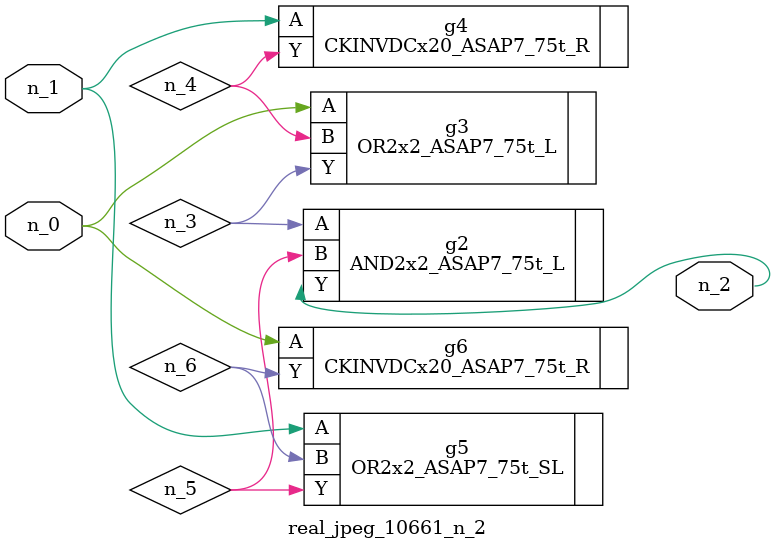
<source format=v>
module real_jpeg_10661_n_2 (n_1, n_0, n_2);

input n_1;
input n_0;

output n_2;

wire n_5;
wire n_4;
wire n_6;
wire n_3;

OR2x2_ASAP7_75t_L g3 ( 
.A(n_0),
.B(n_4),
.Y(n_3)
);

CKINVDCx20_ASAP7_75t_R g6 ( 
.A(n_0),
.Y(n_6)
);

CKINVDCx20_ASAP7_75t_R g4 ( 
.A(n_1),
.Y(n_4)
);

OR2x2_ASAP7_75t_SL g5 ( 
.A(n_1),
.B(n_6),
.Y(n_5)
);

AND2x2_ASAP7_75t_L g2 ( 
.A(n_3),
.B(n_5),
.Y(n_2)
);


endmodule
</source>
